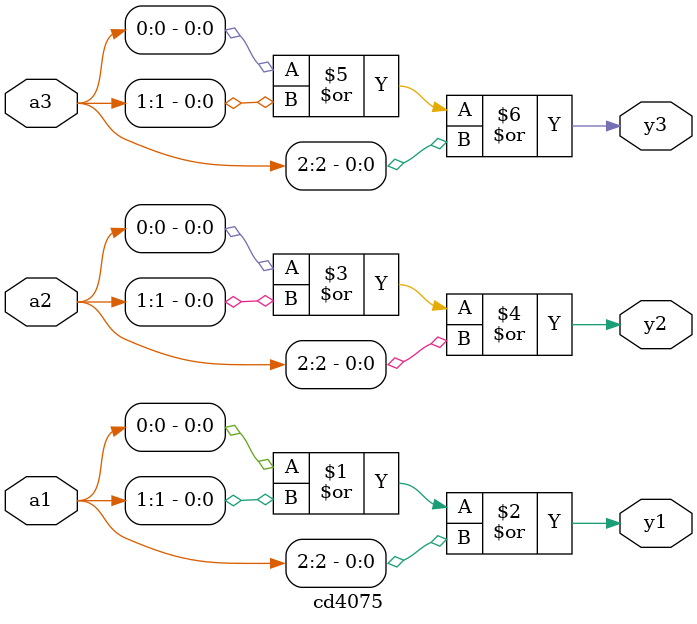
<source format=v>
module cd4075 (
    input wire [2:0] a1,
    input wire [2:0] a2,
    input wire [2:0] a3,
    output wire y1,
    output wire y2,
    output wire y3
);

    // 实例化3个3输入或门
    assign y1 = a1[0] | a1[1] | a1[2];
    assign y2 = a2[0] | a2[1] | a2[2];
    assign y3 = a3[0] | a3[1] | a3[2];

endmodule    
</source>
